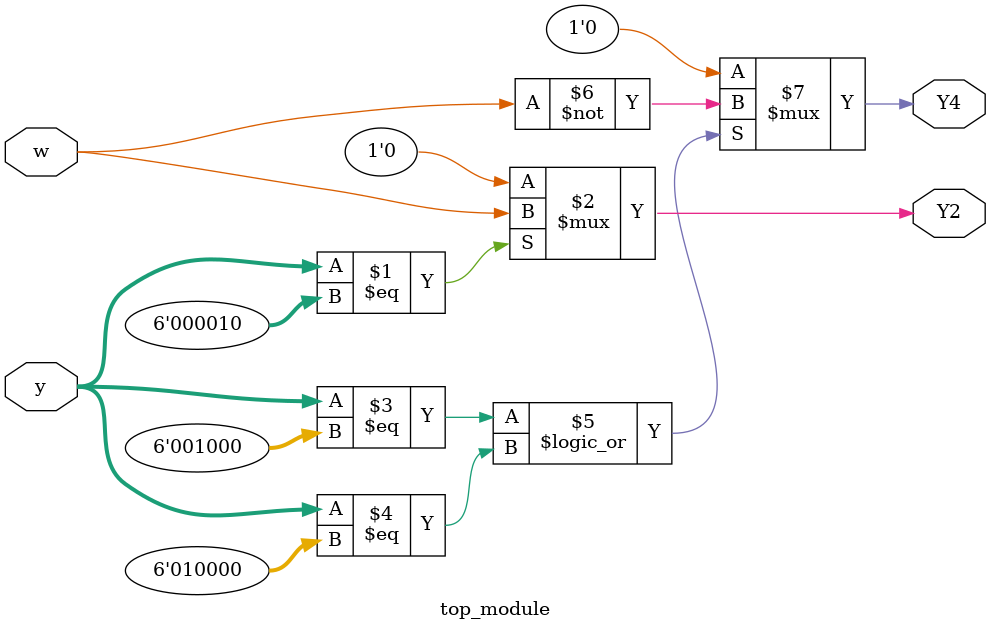
<source format=sv>
module top_module (
	input [6:1] y,
	input w,
	output Y2,
	output Y4
);

	// State signal assignments
	parameter A = 6'b000001;
	parameter B = 6'b000010;
	parameter C = 6'b000100;
	parameter D = 6'b001000;
	parameter E = 6'b010000;
	parameter F = 6'b100000;
	
	// Combinational logic for Y2
	assign Y2 = (y == B) ? w : 1'b0;
	
	// Combinational logic for Y4
	assign Y4 = (y == D || y == E) ? ~w : 1'b0;
	
endmodule

</source>
